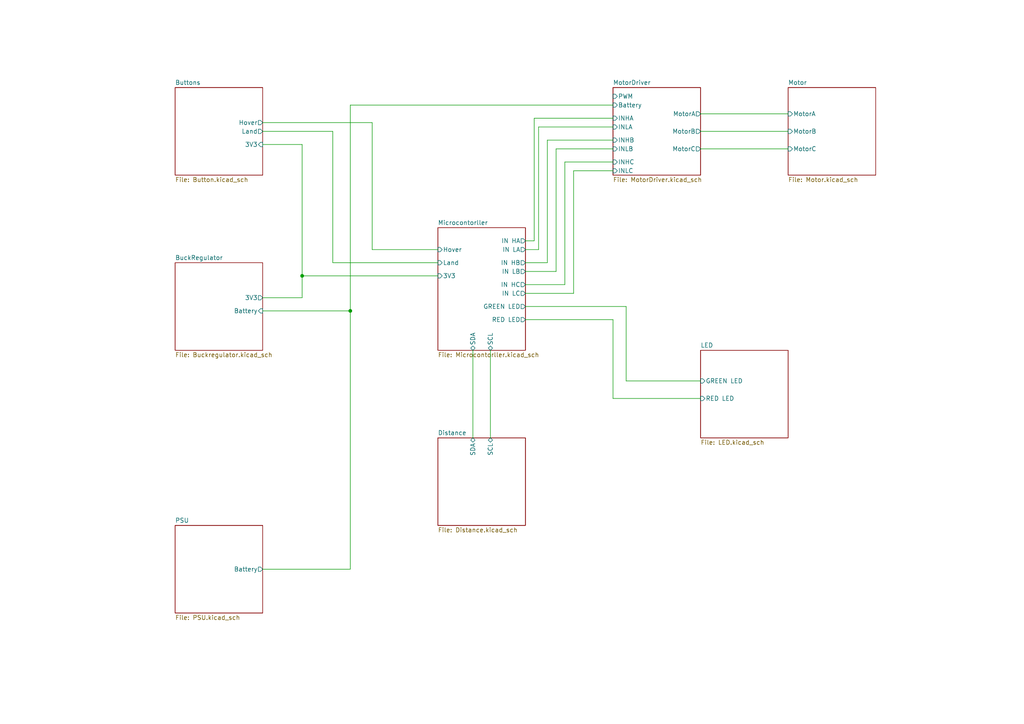
<source format=kicad_sch>
(kicad_sch
	(version 20250114)
	(generator "eeschema")
	(generator_version "9.0")
	(uuid "f58d4a15-dad3-4b2d-a625-0883ffa8695e")
	(paper "A4")
	(lib_symbols)
	(junction
		(at 87.63 80.01)
		(diameter 0)
		(color 0 0 0 0)
		(uuid "5ad42510-7901-4baa-8264-5b4dfd25f06a")
	)
	(junction
		(at 101.6 90.17)
		(diameter 0)
		(color 0 0 0 0)
		(uuid "ffdcd21c-440c-4cc1-85a4-4bc287d34217")
	)
	(wire
		(pts
			(xy 87.63 80.01) (xy 127 80.01)
		)
		(stroke
			(width 0)
			(type default)
		)
		(uuid "0460f9d7-4439-4e70-ae39-78aad5111e31")
	)
	(wire
		(pts
			(xy 203.2 33.02) (xy 228.6 33.02)
		)
		(stroke
			(width 0)
			(type default)
		)
		(uuid "0cbdaf32-9b7b-42a9-aad3-dcf9b1ed173a")
	)
	(wire
		(pts
			(xy 181.61 110.49) (xy 203.2 110.49)
		)
		(stroke
			(width 0)
			(type default)
		)
		(uuid "136cef8e-eea7-42b7-ab68-00a0b8ad0e75")
	)
	(wire
		(pts
			(xy 152.4 88.9) (xy 181.61 88.9)
		)
		(stroke
			(width 0)
			(type default)
		)
		(uuid "17c17ec3-ca82-4d16-bcf7-c4bd57bc6a09")
	)
	(wire
		(pts
			(xy 101.6 165.1) (xy 76.2 165.1)
		)
		(stroke
			(width 0)
			(type default)
		)
		(uuid "1ed56c76-589f-4fd2-9f84-ba79da8c3f79")
	)
	(wire
		(pts
			(xy 152.4 78.74) (xy 161.29 78.74)
		)
		(stroke
			(width 0)
			(type default)
		)
		(uuid "1ed9f55a-ef07-4058-81d9-39601c585f8a")
	)
	(wire
		(pts
			(xy 203.2 38.1) (xy 228.6 38.1)
		)
		(stroke
			(width 0)
			(type default)
		)
		(uuid "20735741-cfee-4aee-9e13-8fa8c7716755")
	)
	(wire
		(pts
			(xy 152.4 76.2) (xy 158.75 76.2)
		)
		(stroke
			(width 0)
			(type default)
		)
		(uuid "253abc36-0e2f-4c20-b49f-0892b7374da9")
	)
	(wire
		(pts
			(xy 101.6 30.48) (xy 101.6 90.17)
		)
		(stroke
			(width 0)
			(type default)
		)
		(uuid "28c08dc1-39bd-4a0a-9a41-632ff85e6efa")
	)
	(wire
		(pts
			(xy 161.29 43.18) (xy 177.8 43.18)
		)
		(stroke
			(width 0)
			(type default)
		)
		(uuid "2ac81f62-c780-457b-887d-d286ae381250")
	)
	(wire
		(pts
			(xy 163.83 82.55) (xy 163.83 46.99)
		)
		(stroke
			(width 0)
			(type default)
		)
		(uuid "30f5b22f-1fc8-4aaa-8794-bc02927b1f61")
	)
	(wire
		(pts
			(xy 152.4 69.85) (xy 154.94 69.85)
		)
		(stroke
			(width 0)
			(type default)
		)
		(uuid "3318fa7e-3aea-487d-8be9-fc2132143dbe")
	)
	(wire
		(pts
			(xy 163.83 46.99) (xy 177.8 46.99)
		)
		(stroke
			(width 0)
			(type default)
		)
		(uuid "37f3c76e-7b3a-4591-8e7c-7d15f1861e9b")
	)
	(wire
		(pts
			(xy 161.29 78.74) (xy 161.29 43.18)
		)
		(stroke
			(width 0)
			(type default)
		)
		(uuid "3c52a8b2-d80a-4c91-b704-d6237a7b48f6")
	)
	(wire
		(pts
			(xy 137.16 101.6) (xy 137.16 127)
		)
		(stroke
			(width 0)
			(type default)
		)
		(uuid "46fbd7d2-28fa-4d28-959b-4a126633105d")
	)
	(wire
		(pts
			(xy 156.21 36.83) (xy 177.8 36.83)
		)
		(stroke
			(width 0)
			(type default)
		)
		(uuid "4909a211-e562-46e1-bf71-fd8a66c18558")
	)
	(wire
		(pts
			(xy 166.37 85.09) (xy 166.37 49.53)
		)
		(stroke
			(width 0)
			(type default)
		)
		(uuid "4cbe1d4e-3f8a-48c6-8de7-6d8a6be72b17")
	)
	(wire
		(pts
			(xy 101.6 90.17) (xy 101.6 165.1)
		)
		(stroke
			(width 0)
			(type default)
		)
		(uuid "4eb980c8-16b0-4cf2-82aa-7ca9c3710f28")
	)
	(wire
		(pts
			(xy 142.24 101.6) (xy 142.24 127)
		)
		(stroke
			(width 0)
			(type default)
		)
		(uuid "5bc8aa44-4f6e-4ac2-b851-5ec07a03b697")
	)
	(wire
		(pts
			(xy 76.2 35.56) (xy 107.95 35.56)
		)
		(stroke
			(width 0)
			(type default)
		)
		(uuid "64daf1b8-afb3-4eec-b6cb-bd897a8b3ff7")
	)
	(wire
		(pts
			(xy 177.8 115.57) (xy 203.2 115.57)
		)
		(stroke
			(width 0)
			(type default)
		)
		(uuid "659c1a7f-0dcb-4e21-8b5e-06325556b62f")
	)
	(wire
		(pts
			(xy 177.8 30.48) (xy 101.6 30.48)
		)
		(stroke
			(width 0)
			(type default)
		)
		(uuid "677a757a-e363-45e2-9b3e-c58f38fc90b3")
	)
	(wire
		(pts
			(xy 158.75 76.2) (xy 158.75 40.64)
		)
		(stroke
			(width 0)
			(type default)
		)
		(uuid "727f5c19-1f4b-4a07-8289-bd26b0045a80")
	)
	(wire
		(pts
			(xy 96.52 76.2) (xy 127 76.2)
		)
		(stroke
			(width 0)
			(type default)
		)
		(uuid "7a153263-a78f-4a6d-a6ed-a455097201ee")
	)
	(wire
		(pts
			(xy 177.8 92.71) (xy 177.8 115.57)
		)
		(stroke
			(width 0)
			(type default)
		)
		(uuid "919972e8-1acd-4a29-b3be-835de6be19e8")
	)
	(wire
		(pts
			(xy 76.2 90.17) (xy 101.6 90.17)
		)
		(stroke
			(width 0)
			(type default)
		)
		(uuid "9596ccce-8789-4443-a3a6-5acff488bc61")
	)
	(wire
		(pts
			(xy 203.2 43.18) (xy 228.6 43.18)
		)
		(stroke
			(width 0)
			(type default)
		)
		(uuid "99c6234d-f7c2-4cca-b7fa-06ac9c88ea68")
	)
	(wire
		(pts
			(xy 166.37 49.53) (xy 177.8 49.53)
		)
		(stroke
			(width 0)
			(type default)
		)
		(uuid "9b2874c9-b77b-473d-894c-9e5e9a721adc")
	)
	(wire
		(pts
			(xy 76.2 38.1) (xy 96.52 38.1)
		)
		(stroke
			(width 0)
			(type default)
		)
		(uuid "9cdab15a-6a2b-4baf-8aa0-c14a1a0685c4")
	)
	(wire
		(pts
			(xy 87.63 41.91) (xy 76.2 41.91)
		)
		(stroke
			(width 0)
			(type default)
		)
		(uuid "a3ed7550-476b-493f-968c-2445c8e96349")
	)
	(wire
		(pts
			(xy 107.95 72.39) (xy 127 72.39)
		)
		(stroke
			(width 0)
			(type default)
		)
		(uuid "a648700e-adc0-4496-b926-04057edc2fc5")
	)
	(wire
		(pts
			(xy 87.63 80.01) (xy 87.63 41.91)
		)
		(stroke
			(width 0)
			(type default)
		)
		(uuid "ab1788ca-badb-40da-99ba-e4f0ce81dea5")
	)
	(wire
		(pts
			(xy 154.94 69.85) (xy 154.94 34.29)
		)
		(stroke
			(width 0)
			(type default)
		)
		(uuid "b54813d2-ed5d-4b1e-93c4-b95624d2e7d6")
	)
	(wire
		(pts
			(xy 76.2 86.36) (xy 87.63 86.36)
		)
		(stroke
			(width 0)
			(type default)
		)
		(uuid "c695d81e-5102-42d0-834d-25bdee114ff3")
	)
	(wire
		(pts
			(xy 158.75 40.64) (xy 177.8 40.64)
		)
		(stroke
			(width 0)
			(type default)
		)
		(uuid "c6b1cd20-3b1c-43f5-bfbe-589fc230e6fa")
	)
	(wire
		(pts
			(xy 152.4 82.55) (xy 163.83 82.55)
		)
		(stroke
			(width 0)
			(type default)
		)
		(uuid "c8b9559b-2649-4bbd-a8c1-cc6570407a0b")
	)
	(wire
		(pts
			(xy 154.94 34.29) (xy 177.8 34.29)
		)
		(stroke
			(width 0)
			(type default)
		)
		(uuid "c9539e32-5f5c-46ed-8835-c2bc31065503")
	)
	(wire
		(pts
			(xy 156.21 72.39) (xy 156.21 36.83)
		)
		(stroke
			(width 0)
			(type default)
		)
		(uuid "ca1978c5-6fb6-4bc6-aaf6-7fa95e759195")
	)
	(wire
		(pts
			(xy 152.4 85.09) (xy 166.37 85.09)
		)
		(stroke
			(width 0)
			(type default)
		)
		(uuid "cdc7c4c4-26d2-4729-b51e-329688a6ae5b")
	)
	(wire
		(pts
			(xy 152.4 72.39) (xy 156.21 72.39)
		)
		(stroke
			(width 0)
			(type default)
		)
		(uuid "e0fe978c-c3d4-426b-848d-8ea019b98734")
	)
	(wire
		(pts
			(xy 152.4 92.71) (xy 177.8 92.71)
		)
		(stroke
			(width 0)
			(type default)
		)
		(uuid "e4fe531c-4b7b-4771-9ed7-35e8f5d556bd")
	)
	(wire
		(pts
			(xy 107.95 35.56) (xy 107.95 72.39)
		)
		(stroke
			(width 0)
			(type default)
		)
		(uuid "ec02b6bf-bffc-4a0e-9d41-bf345995c3e8")
	)
	(wire
		(pts
			(xy 96.52 38.1) (xy 96.52 76.2)
		)
		(stroke
			(width 0)
			(type default)
		)
		(uuid "ef23ca5e-3cb3-498e-8a92-d6f0f64551cf")
	)
	(wire
		(pts
			(xy 87.63 80.01) (xy 87.63 86.36)
		)
		(stroke
			(width 0)
			(type default)
		)
		(uuid "f0ef4d32-7798-47da-9adb-6b63a456a8d9")
	)
	(wire
		(pts
			(xy 181.61 88.9) (xy 181.61 110.49)
		)
		(stroke
			(width 0)
			(type default)
		)
		(uuid "fb496919-7f2b-4a37-88fc-3cbf11e7c0e4")
	)
	(sheet
		(at 50.8 152.4)
		(size 25.4 25.4)
		(exclude_from_sim no)
		(in_bom yes)
		(on_board yes)
		(dnp no)
		(fields_autoplaced yes)
		(stroke
			(width 0.1524)
			(type solid)
		)
		(fill
			(color 0 0 0 0.0000)
		)
		(uuid "2d4ce2ca-8b05-4995-a001-1a5091b94039")
		(property "Sheetname" "PSU"
			(at 50.8 151.6884 0)
			(effects
				(font
					(size 1.27 1.27)
				)
				(justify left bottom)
			)
		)
		(property "Sheetfile" "PSU.kicad_sch"
			(at 50.8 178.3846 0)
			(effects
				(font
					(size 1.27 1.27)
				)
				(justify left top)
			)
		)
		(pin "Battery" output
			(at 76.2 165.1 0)
			(uuid "313994ff-087d-45d0-a367-85de7b34478a")
			(effects
				(font
					(size 1.27 1.27)
				)
				(justify right)
			)
		)
		(instances
			(project "HMS"
				(path "/f58d4a15-dad3-4b2d-a625-0883ffa8695e"
					(page "6")
				)
			)
		)
	)
	(sheet
		(at 127 66.04)
		(size 25.4 35.56)
		(exclude_from_sim no)
		(in_bom yes)
		(on_board yes)
		(dnp no)
		(fields_autoplaced yes)
		(stroke
			(width 0.1524)
			(type solid)
		)
		(fill
			(color 0 0 0 0.0000)
		)
		(uuid "54963e36-cffa-4308-9618-770c45afa67c")
		(property "Sheetname" "Microcontorller"
			(at 127 65.3284 0)
			(effects
				(font
					(size 1.27 1.27)
				)
				(justify left bottom)
			)
		)
		(property "Sheetfile" "Microcontorller.kicad_sch"
			(at 127 102.1846 0)
			(effects
				(font
					(size 1.27 1.27)
				)
				(justify left top)
			)
		)
		(pin "SDA" bidirectional
			(at 137.16 101.6 270)
			(uuid "3d548553-1867-4842-9622-216cedde268b")
			(effects
				(font
					(size 1.27 1.27)
				)
				(justify left)
			)
		)
		(pin "SCL" bidirectional
			(at 142.24 101.6 270)
			(uuid "d94dd6ec-efc6-435c-a808-5607d4ad1bca")
			(effects
				(font
					(size 1.27 1.27)
				)
				(justify left)
			)
		)
		(pin "3V3" input
			(at 127 80.01 180)
			(uuid "8f6e42be-7bc9-4712-8571-731f281e2e9a")
			(effects
				(font
					(size 1.27 1.27)
				)
				(justify left)
			)
		)
		(pin "Land" input
			(at 127 76.2 180)
			(uuid "dd259ad3-adfc-4919-8b25-c9aaed3179f9")
			(effects
				(font
					(size 1.27 1.27)
				)
				(justify left)
			)
		)
		(pin "Hover" input
			(at 127 72.39 180)
			(uuid "f5ff737d-cefb-43b3-8c6a-54481d3c01e6")
			(effects
				(font
					(size 1.27 1.27)
				)
				(justify left)
			)
		)
		(pin "GREEN LED" output
			(at 152.4 88.9 0)
			(uuid "dbc8b44b-2adf-48ec-9f9f-80832426e51f")
			(effects
				(font
					(size 1.27 1.27)
				)
				(justify right)
			)
		)
		(pin "RED LED" output
			(at 152.4 92.71 0)
			(uuid "65bf4278-198a-4af5-8c82-3cbf585a7464")
			(effects
				(font
					(size 1.27 1.27)
				)
				(justify right)
			)
		)
		(pin "IN HC" output
			(at 152.4 82.55 0)
			(uuid "2360b36f-6f39-4d17-9ef0-2d387a5a7a35")
			(effects
				(font
					(size 1.27 1.27)
				)
				(justify right)
			)
		)
		(pin "IN LC" output
			(at 152.4 85.09 0)
			(uuid "37c236b5-08e0-4d6f-9bde-3931f53ed1f3")
			(effects
				(font
					(size 1.27 1.27)
				)
				(justify right)
			)
		)
		(pin "IN HB" output
			(at 152.4 76.2 0)
			(uuid "038e229c-1a97-4358-86bc-6d7f75a12886")
			(effects
				(font
					(size 1.27 1.27)
				)
				(justify right)
			)
		)
		(pin "IN LB" output
			(at 152.4 78.74 0)
			(uuid "0537f112-8bc1-46d6-a136-ac8b3c0cb72f")
			(effects
				(font
					(size 1.27 1.27)
				)
				(justify right)
			)
		)
		(pin "IN HA" output
			(at 152.4 69.85 0)
			(uuid "875daba3-47ce-4fc6-bf68-ae94f556d4eb")
			(effects
				(font
					(size 1.27 1.27)
				)
				(justify right)
			)
		)
		(pin "IN LA" output
			(at 152.4 72.39 0)
			(uuid "01ee8ed8-f8f1-4015-a37a-f51c3bc759c4")
			(effects
				(font
					(size 1.27 1.27)
				)
				(justify right)
			)
		)
		(instances
			(project "HMS"
				(path "/f58d4a15-dad3-4b2d-a625-0883ffa8695e"
					(page "3")
				)
			)
		)
	)
	(sheet
		(at 177.8 25.4)
		(size 25.4 25.4)
		(exclude_from_sim no)
		(in_bom yes)
		(on_board yes)
		(dnp no)
		(fields_autoplaced yes)
		(stroke
			(width 0.1524)
			(type solid)
		)
		(fill
			(color 0 0 0 0.0000)
		)
		(uuid "61bbf576-9e17-4806-aa88-37d0cd4e4017")
		(property "Sheetname" "MotorDriver"
			(at 177.8 24.6884 0)
			(effects
				(font
					(size 1.27 1.27)
				)
				(justify left bottom)
			)
		)
		(property "Sheetfile" "MotorDriver.kicad_sch"
			(at 177.8 51.3846 0)
			(effects
				(font
					(size 1.27 1.27)
				)
				(justify left top)
			)
		)
		(pin "INHB" input
			(at 177.8 40.64 180)
			(uuid "8f5e19b9-8512-4bb5-92af-0d0ea9ebd7c7")
			(effects
				(font
					(size 1.27 1.27)
				)
				(justify left)
			)
		)
		(pin "INLA" input
			(at 177.8 36.83 180)
			(uuid "0fba3f1d-4507-4846-b271-19352f42f50f")
			(effects
				(font
					(size 1.27 1.27)
				)
				(justify left)
			)
		)
		(pin "PWM" input
			(at 177.8 27.94 180)
			(uuid "177ca5b4-adb0-48ef-8242-042951939e48")
			(effects
				(font
					(size 1.27 1.27)
				)
				(justify left)
			)
		)
		(pin "INLB" input
			(at 177.8 43.18 180)
			(uuid "51dcca7b-32af-4a20-aec5-932c8969712f")
			(effects
				(font
					(size 1.27 1.27)
				)
				(justify left)
			)
		)
		(pin "INHA" input
			(at 177.8 34.29 180)
			(uuid "4fc62635-648f-4d15-b6bd-1bff45877b2c")
			(effects
				(font
					(size 1.27 1.27)
				)
				(justify left)
			)
		)
		(pin "INHC" input
			(at 177.8 46.99 180)
			(uuid "895f925d-fc77-4ea7-8661-a8515fc51159")
			(effects
				(font
					(size 1.27 1.27)
				)
				(justify left)
			)
		)
		(pin "INLC" input
			(at 177.8 49.53 180)
			(uuid "7a9e7013-e86d-431e-a5fd-313d6ad0c71f")
			(effects
				(font
					(size 1.27 1.27)
				)
				(justify left)
			)
		)
		(pin "MotorA" output
			(at 203.2 33.02 0)
			(uuid "94eda7fb-5687-4700-ab40-2793d19b763e")
			(effects
				(font
					(size 1.27 1.27)
				)
				(justify right)
			)
		)
		(pin "MotorB" output
			(at 203.2 38.1 0)
			(uuid "dd303097-19c7-45ae-bd9f-80924e0c7fda")
			(effects
				(font
					(size 1.27 1.27)
				)
				(justify right)
			)
		)
		(pin "MotorC" output
			(at 203.2 43.18 0)
			(uuid "6c87dab2-a5ef-4de7-b6e6-3b6e5d82dd33")
			(effects
				(font
					(size 1.27 1.27)
				)
				(justify right)
			)
		)
		(pin "Battery" input
			(at 177.8 30.48 180)
			(uuid "075b3314-6f8c-4da6-b2aa-2d46f0197006")
			(effects
				(font
					(size 1.27 1.27)
				)
				(justify left)
			)
		)
		(instances
			(project "HMS"
				(path "/f58d4a15-dad3-4b2d-a625-0883ffa8695e"
					(page "7")
				)
			)
		)
	)
	(sheet
		(at 127 127)
		(size 25.4 25.4)
		(exclude_from_sim no)
		(in_bom yes)
		(on_board yes)
		(dnp no)
		(fields_autoplaced yes)
		(stroke
			(width 0.1524)
			(type solid)
		)
		(fill
			(color 0 0 0 0.0000)
		)
		(uuid "67310ac2-b8fd-44a9-8b93-fc6de398a6ed")
		(property "Sheetname" "Distance"
			(at 127 126.2884 0)
			(effects
				(font
					(size 1.27 1.27)
				)
				(justify left bottom)
			)
		)
		(property "Sheetfile" "Distance.kicad_sch"
			(at 127 152.9846 0)
			(effects
				(font
					(size 1.27 1.27)
				)
				(justify left top)
			)
		)
		(pin "SDA" bidirectional
			(at 137.16 127 90)
			(uuid "ee0b4938-c4a1-4ed1-9144-1fcd2f227561")
			(effects
				(font
					(size 1.27 1.27)
				)
				(justify right)
			)
		)
		(pin "SCL" bidirectional
			(at 142.24 127 90)
			(uuid "ef362911-9638-4667-b419-e6a6efaad2dc")
			(effects
				(font
					(size 1.27 1.27)
				)
				(justify right)
			)
		)
		(instances
			(project "HMS"
				(path "/f58d4a15-dad3-4b2d-a625-0883ffa8695e"
					(page "5")
				)
			)
		)
	)
	(sheet
		(at 50.8 76.2)
		(size 25.4 25.4)
		(exclude_from_sim no)
		(in_bom yes)
		(on_board yes)
		(dnp no)
		(fields_autoplaced yes)
		(stroke
			(width 0.1524)
			(type solid)
		)
		(fill
			(color 0 0 0 0.0000)
		)
		(uuid "949a0c0f-a9c0-4cee-92fe-3384dfd218fd")
		(property "Sheetname" "BuckRegulator"
			(at 50.8 75.4884 0)
			(effects
				(font
					(size 1.27 1.27)
				)
				(justify left bottom)
			)
		)
		(property "Sheetfile" "Buckregulator.kicad_sch"
			(at 50.8 102.1846 0)
			(effects
				(font
					(size 1.27 1.27)
				)
				(justify left top)
			)
		)
		(pin "3V3" output
			(at 76.2 86.36 0)
			(uuid "b6707a43-13ac-430d-8b7a-d3c804860acf")
			(effects
				(font
					(size 1.27 1.27)
				)
				(justify right)
			)
		)
		(pin "Battery" input
			(at 76.2 90.17 0)
			(uuid "9b07cd5c-f689-4f1f-886f-af3c9948accd")
			(effects
				(font
					(size 1.27 1.27)
				)
				(justify right)
			)
		)
		(instances
			(project "HMS"
				(path "/f58d4a15-dad3-4b2d-a625-0883ffa8695e"
					(page "5")
				)
			)
		)
	)
	(sheet
		(at 203.2 101.6)
		(size 25.4 25.4)
		(exclude_from_sim no)
		(in_bom yes)
		(on_board yes)
		(dnp no)
		(fields_autoplaced yes)
		(stroke
			(width 0.1524)
			(type solid)
		)
		(fill
			(color 0 0 0 0.0000)
		)
		(uuid "c1d74b3e-a2d7-4db9-9e2e-28179944814d")
		(property "Sheetname" "LED"
			(at 203.2 100.8884 0)
			(effects
				(font
					(size 1.27 1.27)
				)
				(justify left bottom)
			)
		)
		(property "Sheetfile" "LED.kicad_sch"
			(at 203.2 127.5846 0)
			(effects
				(font
					(size 1.27 1.27)
				)
				(justify left top)
			)
		)
		(pin "GREEN LED" input
			(at 203.2 110.49 180)
			(uuid "ef7a1646-0752-4029-9c5e-ab15eb52351a")
			(effects
				(font
					(size 1.27 1.27)
				)
				(justify left)
			)
		)
		(pin "RED LED" input
			(at 203.2 115.57 180)
			(uuid "cd349948-d697-4176-9e83-0571473ac700")
			(effects
				(font
					(size 1.27 1.27)
				)
				(justify left)
			)
		)
		(instances
			(project "HMS"
				(path "/f58d4a15-dad3-4b2d-a625-0883ffa8695e"
					(page "9")
				)
			)
		)
	)
	(sheet
		(at 228.6 25.4)
		(size 25.4 25.4)
		(exclude_from_sim no)
		(in_bom yes)
		(on_board yes)
		(dnp no)
		(fields_autoplaced yes)
		(stroke
			(width 0.1524)
			(type solid)
		)
		(fill
			(color 0 0 0 0.0000)
		)
		(uuid "d53b1db6-9bb6-4b21-8966-63268ff4b274")
		(property "Sheetname" "Motor"
			(at 228.6 24.6884 0)
			(effects
				(font
					(size 1.27 1.27)
				)
				(justify left bottom)
			)
		)
		(property "Sheetfile" "Motor.kicad_sch"
			(at 228.6 51.3846 0)
			(effects
				(font
					(size 1.27 1.27)
				)
				(justify left top)
			)
		)
		(pin "MotorB" input
			(at 228.6 38.1 180)
			(uuid "1a58adcc-de7f-4f74-835a-0235e7c10151")
			(effects
				(font
					(size 1.27 1.27)
				)
				(justify left)
			)
		)
		(pin "MotorC" input
			(at 228.6 43.18 180)
			(uuid "ef5f8817-feea-4aeb-85af-d4ca6c68b37f")
			(effects
				(font
					(size 1.27 1.27)
				)
				(justify left)
			)
		)
		(pin "MotorA" input
			(at 228.6 33.02 180)
			(uuid "8e758528-2e1b-44d1-8b42-f6246130bced")
			(effects
				(font
					(size 1.27 1.27)
				)
				(justify left)
			)
		)
		(instances
			(project "HMS"
				(path "/f58d4a15-dad3-4b2d-a625-0883ffa8695e"
					(page "8")
				)
			)
		)
	)
	(sheet
		(at 50.8 25.4)
		(size 25.4 25.4)
		(exclude_from_sim no)
		(in_bom yes)
		(on_board yes)
		(dnp no)
		(fields_autoplaced yes)
		(stroke
			(width 0.1524)
			(type solid)
		)
		(fill
			(color 0 0 0 0.0000)
		)
		(uuid "f5f5fd36-fa51-4a5c-b77b-ae5755a93441")
		(property "Sheetname" "Buttons"
			(at 50.8 24.6884 0)
			(effects
				(font
					(size 1.27 1.27)
				)
				(justify left bottom)
			)
		)
		(property "Sheetfile" "Button.kicad_sch"
			(at 50.8 51.3846 0)
			(effects
				(font
					(size 1.27 1.27)
				)
				(justify left top)
			)
		)
		(pin "3V3" input
			(at 76.2 41.91 0)
			(uuid "ee83050e-6132-47cc-a733-023c22f5f5ca")
			(effects
				(font
					(size 1.27 1.27)
				)
				(justify right)
			)
		)
		(pin "Hover" output
			(at 76.2 35.56 0)
			(uuid "d652c986-2a54-4948-8756-e4a45c48ab09")
			(effects
				(font
					(size 1.27 1.27)
				)
				(justify right)
			)
		)
		(pin "Land" output
			(at 76.2 38.1 0)
			(uuid "a0bddc21-4294-4f1b-9362-55f1befeac86")
			(effects
				(font
					(size 1.27 1.27)
				)
				(justify right)
			)
		)
		(instances
			(project "HMS"
				(path "/f58d4a15-dad3-4b2d-a625-0883ffa8695e"
					(page "7")
				)
			)
		)
	)
	(sheet_instances
		(path "/"
			(page "1")
		)
	)
	(embedded_fonts no)
)

</source>
